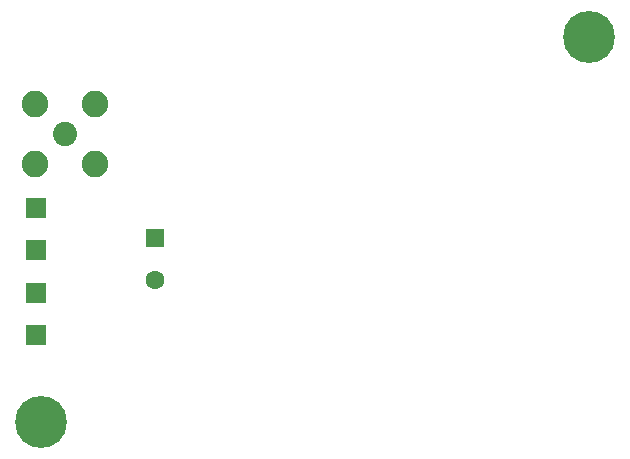
<source format=gbr>
%TF.GenerationSoftware,KiCad,Pcbnew,9.0.6-9.0.6~ubuntu24.04.1*%
%TF.CreationDate,2025-12-29T16:18:33+03:00*%
%TF.ProjectId,rc_ble,72635f62-6c65-42e6-9b69-6361645f7063,rev?*%
%TF.SameCoordinates,Original*%
%TF.FileFunction,Soldermask,Bot*%
%TF.FilePolarity,Negative*%
%FSLAX46Y46*%
G04 Gerber Fmt 4.6, Leading zero omitted, Abs format (unit mm)*
G04 Created by KiCad (PCBNEW 9.0.6-9.0.6~ubuntu24.04.1) date 2025-12-29 16:18:33*
%MOMM*%
%LPD*%
G01*
G04 APERTURE LIST*
G04 Aperture macros list*
%AMRoundRect*
0 Rectangle with rounded corners*
0 $1 Rounding radius*
0 $2 $3 $4 $5 $6 $7 $8 $9 X,Y pos of 4 corners*
0 Add a 4 corners polygon primitive as box body*
4,1,4,$2,$3,$4,$5,$6,$7,$8,$9,$2,$3,0*
0 Add four circle primitives for the rounded corners*
1,1,$1+$1,$2,$3*
1,1,$1+$1,$4,$5*
1,1,$1+$1,$6,$7*
1,1,$1+$1,$8,$9*
0 Add four rect primitives between the rounded corners*
20,1,$1+$1,$2,$3,$4,$5,0*
20,1,$1+$1,$4,$5,$6,$7,0*
20,1,$1+$1,$6,$7,$8,$9,0*
20,1,$1+$1,$8,$9,$2,$3,0*%
G04 Aperture macros list end*
%ADD10R,1.700000X1.700000*%
%ADD11C,0.700000*%
%ADD12C,4.400000*%
%ADD13C,2.050000*%
%ADD14C,2.250000*%
%ADD15RoundRect,0.250000X-0.550000X0.550000X-0.550000X-0.550000X0.550000X-0.550000X0.550000X0.550000X0*%
%ADD16C,1.600000*%
G04 APERTURE END LIST*
D10*
%TO.C,J302*%
X97150000Y-87350000D03*
%TD*%
D11*
%TO.C,H101*%
X142330000Y-65670000D03*
X142813274Y-64503274D03*
X142813274Y-66836726D03*
X143980000Y-64020000D03*
D12*
X143980000Y-65670000D03*
D11*
X143980000Y-67320000D03*
X145146726Y-64503274D03*
X145146726Y-66836726D03*
X145630000Y-65670000D03*
%TD*%
D10*
%TO.C,J102*%
X97150000Y-83750000D03*
%TD*%
%TO.C,J103*%
X97150000Y-80150000D03*
%TD*%
D11*
%TO.C,H102*%
X95910000Y-98310000D03*
X96393274Y-97143274D03*
X96393274Y-99476726D03*
X97560000Y-96660000D03*
D12*
X97560000Y-98310000D03*
D11*
X97560000Y-99960000D03*
X98726726Y-97143274D03*
X98726726Y-99476726D03*
X99210000Y-98310000D03*
%TD*%
D10*
%TO.C,J301*%
X97150000Y-90950000D03*
%TD*%
D13*
%TO.C,J101*%
X99560000Y-73890000D03*
D14*
X97020000Y-71350000D03*
X97020000Y-76430000D03*
X102100000Y-71350000D03*
X102100000Y-76430000D03*
%TD*%
D15*
%TO.C,C104*%
X107170000Y-82740000D03*
D16*
X107170000Y-86240000D03*
%TD*%
M02*

</source>
